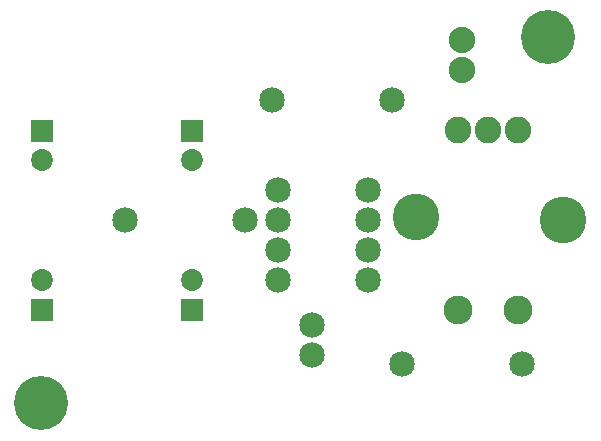
<source format=gbs>
G04 MADE WITH FRITZING*
G04 WWW.FRITZING.ORG*
G04 DOUBLE SIDED*
G04 HOLES PLATED*
G04 CONTOUR ON CENTER OF CONTOUR VECTOR*
%ASAXBY*%
%FSLAX23Y23*%
%MOIN*%
%OFA0B0*%
%SFA1.0B1.0*%
%ADD10C,0.096614*%
%ADD11C,0.088740*%
%ADD12C,0.085000*%
%ADD13C,0.155669*%
%ADD14C,0.072992*%
%ADD15C,0.180000*%
%ADD16C,0.088000*%
%ADD17R,0.072992X0.072992*%
%ADD18C,0.030000*%
%ADD19R,0.001000X0.001000*%
%LNMASK0*%
G90*
G70*
G54D10*
X1739Y457D03*
X1539Y457D03*
G54D11*
X1539Y1057D03*
X1639Y1057D03*
X1739Y1057D03*
G54D12*
X919Y1157D03*
X1319Y1157D03*
X1750Y277D03*
X1350Y277D03*
X829Y757D03*
X429Y757D03*
G54D13*
X1399Y767D03*
X1889Y757D03*
G54D12*
X1050Y307D03*
X1050Y407D03*
G54D14*
X650Y458D03*
X650Y557D03*
X650Y458D03*
X650Y557D03*
X150Y458D03*
X150Y557D03*
X150Y458D03*
X150Y557D03*
X651Y1056D03*
X651Y958D03*
X651Y1056D03*
X651Y958D03*
X150Y1055D03*
X150Y957D03*
X150Y1055D03*
X150Y957D03*
G54D15*
X149Y147D03*
X1839Y1367D03*
G54D12*
X1239Y557D03*
X939Y557D03*
X1239Y657D03*
X939Y657D03*
X1239Y757D03*
X939Y757D03*
X1239Y857D03*
X939Y857D03*
G54D16*
X1550Y1257D03*
X1550Y1357D03*
G54D17*
X650Y458D03*
X650Y458D03*
X150Y458D03*
X150Y458D03*
X651Y1056D03*
X651Y1056D03*
X150Y1055D03*
X150Y1055D03*
G54D18*
G36*
X1022Y334D02*
X1077Y334D01*
X1077Y279D01*
X1022Y279D01*
X1022Y334D01*
G37*
D02*
G36*
X1211Y530D02*
X1211Y585D01*
X1266Y585D01*
X1266Y530D01*
X1211Y530D01*
G37*
D02*
G36*
X1521Y1228D02*
X1521Y1286D01*
X1579Y1286D01*
X1579Y1228D01*
X1521Y1228D01*
G37*
D02*
G54D19*
X1533Y1097D02*
X1543Y1097D01*
X1633Y1097D02*
X1643Y1097D01*
X1733Y1097D02*
X1743Y1097D01*
X1529Y1096D02*
X1547Y1096D01*
X1629Y1096D02*
X1647Y1096D01*
X1728Y1096D02*
X1747Y1096D01*
X1526Y1095D02*
X1550Y1095D01*
X1626Y1095D02*
X1650Y1095D01*
X1726Y1095D02*
X1750Y1095D01*
X1523Y1094D02*
X1552Y1094D01*
X1623Y1094D02*
X1652Y1094D01*
X1723Y1094D02*
X1752Y1094D01*
X1521Y1093D02*
X1554Y1093D01*
X1621Y1093D02*
X1654Y1093D01*
X1721Y1093D02*
X1754Y1093D01*
X1520Y1092D02*
X1556Y1092D01*
X1620Y1092D02*
X1656Y1092D01*
X1720Y1092D02*
X1756Y1092D01*
X1518Y1091D02*
X1557Y1091D01*
X1618Y1091D02*
X1657Y1091D01*
X1718Y1091D02*
X1757Y1091D01*
X1517Y1090D02*
X1559Y1090D01*
X1617Y1090D02*
X1659Y1090D01*
X1717Y1090D02*
X1759Y1090D01*
X1515Y1089D02*
X1560Y1089D01*
X1615Y1089D02*
X1660Y1089D01*
X1715Y1089D02*
X1760Y1089D01*
X1514Y1088D02*
X1561Y1088D01*
X1614Y1088D02*
X1661Y1088D01*
X1714Y1088D02*
X1761Y1088D01*
X1513Y1087D02*
X1563Y1087D01*
X1613Y1087D02*
X1663Y1087D01*
X1713Y1087D02*
X1762Y1087D01*
X1512Y1086D02*
X1564Y1086D01*
X1612Y1086D02*
X1664Y1086D01*
X1712Y1086D02*
X1764Y1086D01*
X1511Y1085D02*
X1565Y1085D01*
X1611Y1085D02*
X1665Y1085D01*
X1711Y1085D02*
X1765Y1085D01*
X1510Y1084D02*
X1566Y1084D01*
X1610Y1084D02*
X1666Y1084D01*
X1710Y1084D02*
X1766Y1084D01*
X1509Y1083D02*
X1567Y1083D01*
X1609Y1083D02*
X1667Y1083D01*
X1709Y1083D02*
X1766Y1083D01*
X1508Y1082D02*
X1567Y1082D01*
X1608Y1082D02*
X1667Y1082D01*
X1708Y1082D02*
X1767Y1082D01*
X1507Y1081D02*
X1568Y1081D01*
X1607Y1081D02*
X1668Y1081D01*
X1707Y1081D02*
X1768Y1081D01*
X1506Y1080D02*
X1569Y1080D01*
X1606Y1080D02*
X1669Y1080D01*
X1706Y1080D02*
X1769Y1080D01*
X1506Y1079D02*
X1570Y1079D01*
X1606Y1079D02*
X1670Y1079D01*
X1706Y1079D02*
X1770Y1079D01*
X1505Y1078D02*
X1570Y1078D01*
X1605Y1078D02*
X1670Y1078D01*
X1705Y1078D02*
X1770Y1078D01*
X1504Y1077D02*
X1571Y1077D01*
X1604Y1077D02*
X1671Y1077D01*
X1704Y1077D02*
X1771Y1077D01*
X1504Y1076D02*
X1572Y1076D01*
X1604Y1076D02*
X1672Y1076D01*
X1704Y1076D02*
X1772Y1076D01*
X1503Y1075D02*
X1572Y1075D01*
X1603Y1075D02*
X1672Y1075D01*
X1703Y1075D02*
X1772Y1075D01*
X1503Y1074D02*
X1573Y1074D01*
X1603Y1074D02*
X1673Y1074D01*
X1702Y1074D02*
X1773Y1074D01*
X1502Y1073D02*
X1573Y1073D01*
X1602Y1073D02*
X1673Y1073D01*
X1702Y1073D02*
X1773Y1073D01*
X1502Y1072D02*
X1574Y1072D01*
X1602Y1072D02*
X1674Y1072D01*
X1701Y1072D02*
X1774Y1072D01*
X1501Y1071D02*
X1574Y1071D01*
X1601Y1071D02*
X1674Y1071D01*
X1701Y1071D02*
X1774Y1071D01*
X1501Y1070D02*
X1575Y1070D01*
X1601Y1070D02*
X1675Y1070D01*
X1701Y1070D02*
X1775Y1070D01*
X1500Y1069D02*
X1575Y1069D01*
X1600Y1069D02*
X1675Y1069D01*
X1700Y1069D02*
X1775Y1069D01*
X1500Y1068D02*
X1575Y1068D01*
X1600Y1068D02*
X1675Y1068D01*
X1700Y1068D02*
X1775Y1068D01*
X1500Y1067D02*
X1576Y1067D01*
X1600Y1067D02*
X1676Y1067D01*
X1700Y1067D02*
X1776Y1067D01*
X1499Y1066D02*
X1576Y1066D01*
X1599Y1066D02*
X1676Y1066D01*
X1699Y1066D02*
X1776Y1066D01*
X1499Y1065D02*
X1576Y1065D01*
X1599Y1065D02*
X1676Y1065D01*
X1699Y1065D02*
X1776Y1065D01*
X1499Y1064D02*
X1577Y1064D01*
X1599Y1064D02*
X1676Y1064D01*
X1699Y1064D02*
X1776Y1064D01*
X1499Y1063D02*
X1577Y1063D01*
X1599Y1063D02*
X1677Y1063D01*
X1699Y1063D02*
X1777Y1063D01*
X1499Y1062D02*
X1577Y1062D01*
X1599Y1062D02*
X1677Y1062D01*
X1698Y1062D02*
X1777Y1062D01*
X1498Y1061D02*
X1577Y1061D01*
X1598Y1061D02*
X1677Y1061D01*
X1698Y1061D02*
X1777Y1061D01*
X1498Y1060D02*
X1577Y1060D01*
X1598Y1060D02*
X1677Y1060D01*
X1698Y1060D02*
X1777Y1060D01*
X1498Y1059D02*
X1577Y1059D01*
X1598Y1059D02*
X1677Y1059D01*
X1698Y1059D02*
X1777Y1059D01*
X1498Y1058D02*
X1577Y1058D01*
X1598Y1058D02*
X1677Y1058D01*
X1698Y1058D02*
X1777Y1058D01*
X1498Y1057D02*
X1577Y1057D01*
X1598Y1057D02*
X1677Y1057D01*
X1698Y1057D02*
X1777Y1057D01*
X1498Y1056D02*
X1577Y1056D01*
X1598Y1056D02*
X1677Y1056D01*
X1698Y1056D02*
X1777Y1056D01*
X1498Y1055D02*
X1577Y1055D01*
X1598Y1055D02*
X1677Y1055D01*
X1698Y1055D02*
X1777Y1055D01*
X1498Y1054D02*
X1577Y1054D01*
X1598Y1054D02*
X1677Y1054D01*
X1698Y1054D02*
X1777Y1054D01*
X1499Y1053D02*
X1577Y1053D01*
X1599Y1053D02*
X1677Y1053D01*
X1698Y1053D02*
X1777Y1053D01*
X1499Y1052D02*
X1577Y1052D01*
X1599Y1052D02*
X1677Y1052D01*
X1699Y1052D02*
X1777Y1052D01*
X1499Y1051D02*
X1577Y1051D01*
X1599Y1051D02*
X1676Y1051D01*
X1699Y1051D02*
X1776Y1051D01*
X1499Y1050D02*
X1576Y1050D01*
X1599Y1050D02*
X1676Y1050D01*
X1699Y1050D02*
X1776Y1050D01*
X1499Y1049D02*
X1576Y1049D01*
X1599Y1049D02*
X1676Y1049D01*
X1699Y1049D02*
X1776Y1049D01*
X1500Y1048D02*
X1576Y1048D01*
X1600Y1048D02*
X1676Y1048D01*
X1700Y1048D02*
X1776Y1048D01*
X1500Y1047D02*
X1575Y1047D01*
X1600Y1047D02*
X1675Y1047D01*
X1700Y1047D02*
X1775Y1047D01*
X1500Y1046D02*
X1575Y1046D01*
X1600Y1046D02*
X1675Y1046D01*
X1700Y1046D02*
X1775Y1046D01*
X1501Y1045D02*
X1575Y1045D01*
X1601Y1045D02*
X1675Y1045D01*
X1701Y1045D02*
X1775Y1045D01*
X1501Y1044D02*
X1574Y1044D01*
X1601Y1044D02*
X1674Y1044D01*
X1701Y1044D02*
X1774Y1044D01*
X1502Y1043D02*
X1574Y1043D01*
X1602Y1043D02*
X1674Y1043D01*
X1701Y1043D02*
X1774Y1043D01*
X1502Y1042D02*
X1573Y1042D01*
X1602Y1042D02*
X1673Y1042D01*
X1702Y1042D02*
X1773Y1042D01*
X1503Y1041D02*
X1573Y1041D01*
X1603Y1041D02*
X1673Y1041D01*
X1702Y1041D02*
X1773Y1041D01*
X1503Y1040D02*
X1572Y1040D01*
X1603Y1040D02*
X1672Y1040D01*
X1703Y1040D02*
X1772Y1040D01*
X1504Y1039D02*
X1572Y1039D01*
X1604Y1039D02*
X1672Y1039D01*
X1704Y1039D02*
X1772Y1039D01*
X1504Y1038D02*
X1571Y1038D01*
X1604Y1038D02*
X1671Y1038D01*
X1704Y1038D02*
X1771Y1038D01*
X1505Y1037D02*
X1570Y1037D01*
X1605Y1037D02*
X1670Y1037D01*
X1705Y1037D02*
X1770Y1037D01*
X1506Y1036D02*
X1570Y1036D01*
X1606Y1036D02*
X1670Y1036D01*
X1706Y1036D02*
X1770Y1036D01*
X1506Y1035D02*
X1569Y1035D01*
X1606Y1035D02*
X1669Y1035D01*
X1706Y1035D02*
X1769Y1035D01*
X1507Y1034D02*
X1568Y1034D01*
X1607Y1034D02*
X1668Y1034D01*
X1707Y1034D02*
X1768Y1034D01*
X1508Y1033D02*
X1567Y1033D01*
X1608Y1033D02*
X1667Y1033D01*
X1708Y1033D02*
X1767Y1033D01*
X1509Y1032D02*
X1567Y1032D01*
X1609Y1032D02*
X1667Y1032D01*
X1709Y1032D02*
X1766Y1032D01*
X1510Y1031D02*
X1566Y1031D01*
X1610Y1031D02*
X1666Y1031D01*
X1710Y1031D02*
X1766Y1031D01*
X1511Y1030D02*
X1565Y1030D01*
X1611Y1030D02*
X1665Y1030D01*
X1711Y1030D02*
X1765Y1030D01*
X1512Y1029D02*
X1564Y1029D01*
X1612Y1029D02*
X1664Y1029D01*
X1712Y1029D02*
X1764Y1029D01*
X1513Y1028D02*
X1563Y1028D01*
X1613Y1028D02*
X1663Y1028D01*
X1713Y1028D02*
X1762Y1028D01*
X1514Y1027D02*
X1561Y1027D01*
X1614Y1027D02*
X1661Y1027D01*
X1714Y1027D02*
X1761Y1027D01*
X1515Y1026D02*
X1560Y1026D01*
X1615Y1026D02*
X1660Y1026D01*
X1715Y1026D02*
X1760Y1026D01*
X1517Y1025D02*
X1559Y1025D01*
X1617Y1025D02*
X1659Y1025D01*
X1717Y1025D02*
X1759Y1025D01*
X1518Y1024D02*
X1557Y1024D01*
X1618Y1024D02*
X1657Y1024D01*
X1718Y1024D02*
X1757Y1024D01*
X1520Y1023D02*
X1556Y1023D01*
X1620Y1023D02*
X1656Y1023D01*
X1720Y1023D02*
X1756Y1023D01*
X1521Y1022D02*
X1554Y1022D01*
X1621Y1022D02*
X1654Y1022D01*
X1721Y1022D02*
X1754Y1022D01*
X1523Y1021D02*
X1552Y1021D01*
X1623Y1021D02*
X1652Y1021D01*
X1723Y1021D02*
X1752Y1021D01*
X1526Y1020D02*
X1550Y1020D01*
X1626Y1020D02*
X1650Y1020D01*
X1726Y1020D02*
X1750Y1020D01*
X1529Y1019D02*
X1547Y1019D01*
X1629Y1019D02*
X1647Y1019D01*
X1728Y1019D02*
X1747Y1019D01*
X1533Y1018D02*
X1543Y1018D01*
X1633Y1018D02*
X1643Y1018D01*
X1733Y1018D02*
X1743Y1018D01*
X1532Y497D02*
X1544Y497D01*
X1731Y497D02*
X1744Y497D01*
X1528Y496D02*
X1548Y496D01*
X1728Y496D02*
X1747Y496D01*
X1525Y495D02*
X1550Y495D01*
X1725Y495D02*
X1750Y495D01*
X1523Y494D02*
X1552Y494D01*
X1723Y494D02*
X1752Y494D01*
X1521Y493D02*
X1554Y493D01*
X1721Y493D02*
X1754Y493D01*
X1519Y492D02*
X1556Y492D01*
X1719Y492D02*
X1756Y492D01*
X1518Y491D02*
X1558Y491D01*
X1718Y491D02*
X1758Y491D01*
X1516Y490D02*
X1559Y490D01*
X1716Y490D02*
X1759Y490D01*
X1515Y489D02*
X1560Y489D01*
X1715Y489D02*
X1760Y489D01*
X1514Y488D02*
X1562Y488D01*
X1714Y488D02*
X1762Y488D01*
X1513Y487D02*
X1563Y487D01*
X1713Y487D02*
X1763Y487D01*
X1512Y486D02*
X1564Y486D01*
X1711Y486D02*
X1764Y486D01*
X1511Y485D02*
X1565Y485D01*
X1710Y485D02*
X1765Y485D01*
X1510Y484D02*
X1566Y484D01*
X1709Y484D02*
X1766Y484D01*
X1509Y483D02*
X1567Y483D01*
X1709Y483D02*
X1767Y483D01*
X1508Y482D02*
X1568Y482D01*
X1708Y482D02*
X1768Y482D01*
X1507Y481D02*
X1568Y481D01*
X1707Y481D02*
X1768Y481D01*
X1506Y480D02*
X1569Y480D01*
X1706Y480D02*
X1769Y480D01*
X1505Y479D02*
X1570Y479D01*
X1705Y479D02*
X1770Y479D01*
X1505Y478D02*
X1571Y478D01*
X1705Y478D02*
X1771Y478D01*
X1504Y477D02*
X1571Y477D01*
X1704Y477D02*
X1771Y477D01*
X1504Y476D02*
X1572Y476D01*
X1703Y476D02*
X1772Y476D01*
X1503Y475D02*
X1572Y475D01*
X1703Y475D02*
X1772Y475D01*
X1502Y474D02*
X1573Y474D01*
X1702Y474D02*
X1773Y474D01*
X1502Y473D02*
X1573Y473D01*
X1702Y473D02*
X1773Y473D01*
X1501Y472D02*
X1574Y472D01*
X1701Y472D02*
X1774Y472D01*
X1501Y471D02*
X1574Y471D01*
X1701Y471D02*
X1774Y471D01*
X1501Y470D02*
X1575Y470D01*
X1701Y470D02*
X1775Y470D01*
X1500Y469D02*
X1575Y469D01*
X1700Y469D02*
X1775Y469D01*
X1500Y468D02*
X1576Y468D01*
X1700Y468D02*
X1775Y468D01*
X1500Y467D02*
X1576Y467D01*
X1700Y467D02*
X1776Y467D01*
X1499Y466D02*
X1576Y466D01*
X1699Y466D02*
X1776Y466D01*
X1499Y465D02*
X1576Y465D01*
X1699Y465D02*
X1776Y465D01*
X1499Y464D02*
X1577Y464D01*
X1699Y464D02*
X1776Y464D01*
X1499Y463D02*
X1577Y463D01*
X1699Y463D02*
X1777Y463D01*
X1499Y462D02*
X1577Y462D01*
X1698Y462D02*
X1777Y462D01*
X1498Y461D02*
X1577Y461D01*
X1698Y461D02*
X1777Y461D01*
X1498Y460D02*
X1577Y460D01*
X1698Y460D02*
X1777Y460D01*
X1498Y459D02*
X1577Y459D01*
X1698Y459D02*
X1777Y459D01*
X1498Y458D02*
X1577Y458D01*
X1698Y458D02*
X1777Y458D01*
X1498Y457D02*
X1577Y457D01*
X1698Y457D02*
X1777Y457D01*
X1498Y456D02*
X1577Y456D01*
X1698Y456D02*
X1777Y456D01*
X1498Y455D02*
X1577Y455D01*
X1698Y455D02*
X1777Y455D01*
X1498Y454D02*
X1577Y454D01*
X1698Y454D02*
X1777Y454D01*
X1499Y453D02*
X1577Y453D01*
X1698Y453D02*
X1777Y453D01*
X1499Y452D02*
X1577Y452D01*
X1699Y452D02*
X1777Y452D01*
X1499Y451D02*
X1576Y451D01*
X1699Y451D02*
X1776Y451D01*
X1499Y450D02*
X1576Y450D01*
X1699Y450D02*
X1776Y450D01*
X1499Y449D02*
X1576Y449D01*
X1699Y449D02*
X1776Y449D01*
X1500Y448D02*
X1576Y448D01*
X1700Y448D02*
X1776Y448D01*
X1500Y447D02*
X1575Y447D01*
X1700Y447D02*
X1775Y447D01*
X1500Y446D02*
X1575Y446D01*
X1700Y446D02*
X1775Y446D01*
X1501Y445D02*
X1575Y445D01*
X1701Y445D02*
X1775Y445D01*
X1501Y444D02*
X1574Y444D01*
X1701Y444D02*
X1774Y444D01*
X1502Y443D02*
X1574Y443D01*
X1702Y443D02*
X1774Y443D01*
X1502Y442D02*
X1573Y442D01*
X1702Y442D02*
X1773Y442D01*
X1503Y441D02*
X1573Y441D01*
X1703Y441D02*
X1773Y441D01*
X1503Y440D02*
X1572Y440D01*
X1703Y440D02*
X1772Y440D01*
X1504Y439D02*
X1572Y439D01*
X1704Y439D02*
X1772Y439D01*
X1504Y438D02*
X1571Y438D01*
X1704Y438D02*
X1771Y438D01*
X1505Y437D02*
X1570Y437D01*
X1705Y437D02*
X1770Y437D01*
X1506Y436D02*
X1570Y436D01*
X1706Y436D02*
X1770Y436D01*
X1507Y435D02*
X1569Y435D01*
X1706Y435D02*
X1769Y435D01*
X1507Y434D02*
X1568Y434D01*
X1707Y434D02*
X1768Y434D01*
X1508Y433D02*
X1567Y433D01*
X1708Y433D02*
X1767Y433D01*
X1509Y432D02*
X1566Y432D01*
X1709Y432D02*
X1766Y432D01*
X1510Y431D02*
X1565Y431D01*
X1710Y431D02*
X1765Y431D01*
X1511Y430D02*
X1564Y430D01*
X1711Y430D02*
X1764Y430D01*
X1512Y429D02*
X1563Y429D01*
X1712Y429D02*
X1763Y429D01*
X1513Y428D02*
X1562Y428D01*
X1713Y428D02*
X1762Y428D01*
X1514Y427D02*
X1561Y427D01*
X1714Y427D02*
X1761Y427D01*
X1516Y426D02*
X1560Y426D01*
X1715Y426D02*
X1760Y426D01*
X1517Y425D02*
X1559Y425D01*
X1717Y425D02*
X1758Y425D01*
X1518Y424D02*
X1557Y424D01*
X1718Y424D02*
X1757Y424D01*
X1520Y423D02*
X1555Y423D01*
X1720Y423D02*
X1755Y423D01*
X1522Y422D02*
X1554Y422D01*
X1722Y422D02*
X1753Y422D01*
X1524Y421D02*
X1552Y421D01*
X1724Y421D02*
X1751Y421D01*
X1526Y420D02*
X1549Y420D01*
X1726Y420D02*
X1749Y420D01*
X1529Y419D02*
X1546Y419D01*
X1729Y419D02*
X1746Y419D01*
X1534Y418D02*
X1541Y418D01*
X1734Y418D02*
X1741Y418D01*
D02*
G04 End of Mask0*
M02*
</source>
